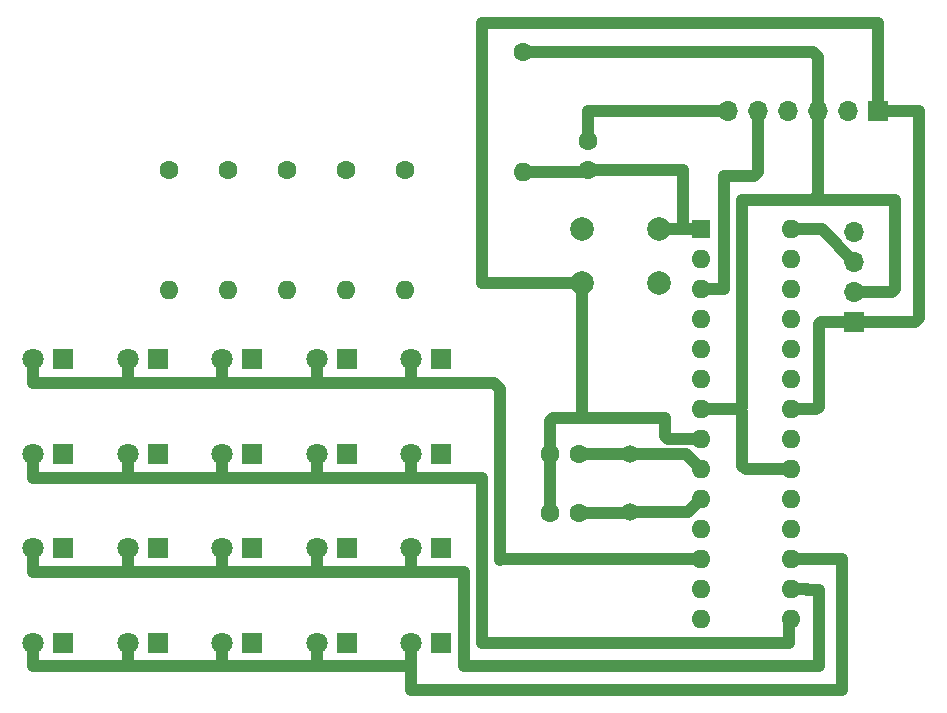
<source format=gbr>
%TF.GenerationSoftware,KiCad,Pcbnew,8.0.7-8.0.7-0~ubuntu24.04.1*%
%TF.CreationDate,2025-01-06T19:00:17+09:00*%
%TF.ProjectId,TutorialBoard2025,5475746f-7269-4616-9c42-6f6172643230,rev?*%
%TF.SameCoordinates,Original*%
%TF.FileFunction,Copper,L1,Top*%
%TF.FilePolarity,Positive*%
%FSLAX46Y46*%
G04 Gerber Fmt 4.6, Leading zero omitted, Abs format (unit mm)*
G04 Created by KiCad (PCBNEW 8.0.7-8.0.7-0~ubuntu24.04.1) date 2025-01-06 19:00:17*
%MOMM*%
%LPD*%
G01*
G04 APERTURE LIST*
%TA.AperFunction,ComponentPad*%
%ADD10R,1.800000X1.800000*%
%TD*%
%TA.AperFunction,ComponentPad*%
%ADD11C,1.800000*%
%TD*%
%TA.AperFunction,ComponentPad*%
%ADD12O,1.600000X1.600000*%
%TD*%
%TA.AperFunction,ComponentPad*%
%ADD13C,1.600000*%
%TD*%
%TA.AperFunction,ComponentPad*%
%ADD14R,1.600000X1.600000*%
%TD*%
%TA.AperFunction,ComponentPad*%
%ADD15C,2.000000*%
%TD*%
%TA.AperFunction,ComponentPad*%
%ADD16R,1.700000X1.700000*%
%TD*%
%TA.AperFunction,ComponentPad*%
%ADD17O,1.700000X1.700000*%
%TD*%
%TA.AperFunction,ComponentPad*%
%ADD18C,1.500000*%
%TD*%
%TA.AperFunction,Conductor*%
%ADD19C,1.000000*%
%TD*%
G04 APERTURE END LIST*
D10*
%TO.P,3,1,K*%
%TO.N,low3*%
X82040000Y-69000000D03*
D11*
%TO.P,3,2,A*%
%TO.N,high1*%
X79500000Y-69000000D03*
%TD*%
D10*
%TO.P,1,1,K*%
%TO.N,low1*%
X66040000Y-69000000D03*
D11*
%TO.P,1,2,A*%
%TO.N,high1*%
X63500000Y-69000000D03*
%TD*%
D10*
%TO.P,4,1,K*%
%TO.N,low4*%
X90040000Y-69000000D03*
D11*
%TO.P,4,2,A*%
%TO.N,high1*%
X87500000Y-69000000D03*
%TD*%
D10*
%TO.P,2,1,K*%
%TO.N,low2*%
X74040000Y-69000000D03*
D11*
%TO.P,2,2,A*%
%TO.N,high1*%
X71500000Y-69000000D03*
%TD*%
D10*
%TO.P,5,1,K*%
%TO.N,low5*%
X98040000Y-69000000D03*
D11*
%TO.P,5,2,A*%
%TO.N,high1*%
X95500000Y-69000000D03*
%TD*%
D10*
%TO.P,D12,1,K*%
%TO.N,low2*%
X74040000Y-85000000D03*
D11*
%TO.P,D12,2,A*%
%TO.N,high3*%
X71500000Y-85000000D03*
%TD*%
D10*
%TO.P,D14,1,K*%
%TO.N,low4*%
X90040000Y-85000000D03*
D11*
%TO.P,D14,2,A*%
%TO.N,high3*%
X87500000Y-85000000D03*
%TD*%
D10*
%TO.P,D11,1,K*%
%TO.N,low1*%
X66040000Y-85000000D03*
D11*
%TO.P,D11,2,A*%
%TO.N,high3*%
X63500000Y-85000000D03*
%TD*%
D10*
%TO.P,D15,1,K*%
%TO.N,low5*%
X98040000Y-85000000D03*
D11*
%TO.P,D15,2,A*%
%TO.N,high3*%
X95500000Y-85000000D03*
%TD*%
D10*
%TO.P,D13,1,K*%
%TO.N,low3*%
X82040000Y-85000000D03*
D11*
%TO.P,D13,2,A*%
%TO.N,high3*%
X79500000Y-85000000D03*
%TD*%
D12*
%TO.P,330,2*%
%TO.N,low2*%
X80000000Y-55160000D03*
D13*
%TO.P,330,1*%
%TO.N,Net-(U2-PD5)*%
X80000000Y-45000000D03*
%TD*%
D12*
%TO.P,330,2*%
%TO.N,low3*%
X85000000Y-55160000D03*
D13*
%TO.P,330,1*%
%TO.N,Net-(U2-PD4)*%
X85000000Y-45000000D03*
%TD*%
D12*
%TO.P,330,2*%
%TO.N,low4*%
X90000000Y-55160000D03*
D13*
%TO.P,330,1*%
%TO.N,Net-(U2-PD3)*%
X90000000Y-45000000D03*
%TD*%
D12*
%TO.P,330,2*%
%TO.N,low5*%
X95000000Y-55160000D03*
D13*
%TO.P,330,1*%
%TO.N,Net-(U2-PD2)*%
X95000000Y-45000000D03*
%TD*%
D12*
%TO.P,330,2*%
%TO.N,low1*%
X75000000Y-55160000D03*
D13*
%TO.P,330,1*%
%TO.N,Net-(U2-PD7)*%
X75000000Y-45000000D03*
%TD*%
D10*
%TO.P,D18,1,K*%
%TO.N,low3*%
X82040000Y-61000000D03*
D11*
%TO.P,D18,2,A*%
%TO.N,high4*%
X79500000Y-61000000D03*
%TD*%
D14*
%TO.P,U2,1,~{RESET}/PC6*%
%TO.N,Net-(U2-~{RESET}{slash}PC6)*%
X120000000Y-50000000D03*
D12*
%TO.P,U2,2,PD0*%
%TO.N,Net-(J1-Pin_4)*%
X120000000Y-52540000D03*
%TO.P,U2,3,PD1*%
%TO.N,Net-(J1-Pin_5)*%
X120000000Y-55080000D03*
%TO.P,U2,4,PD2*%
%TO.N,Net-(U2-PD2)*%
X120000000Y-57620000D03*
%TO.P,U2,5,PD3*%
%TO.N,Net-(U2-PD3)*%
X120000000Y-60160000D03*
%TO.P,U2,6,PD4*%
%TO.N,Net-(U2-PD4)*%
X120000000Y-62700000D03*
%TO.P,U2,7,VCC*%
%TO.N,VCC*%
X120000000Y-65240000D03*
%TO.P,U2,8,GND*%
%TO.N,GND*%
X120000000Y-67780000D03*
%TO.P,U2,9,XTAL1/PB6*%
%TO.N,Net-(U2-XTAL1{slash}PB6)*%
X120000000Y-70320000D03*
%TO.P,U2,10,XTAL2/PB7*%
%TO.N,Net-(U2-XTAL2{slash}PB7)*%
X120000000Y-72860000D03*
%TO.P,U2,11,PD5*%
%TO.N,Net-(U2-PD5)*%
X120000000Y-75400000D03*
%TO.P,U2,12,PD6*%
%TO.N,high4*%
X120000000Y-77940000D03*
%TO.P,U2,13,PD7*%
%TO.N,Net-(U2-PD7)*%
X120000000Y-80480000D03*
%TO.P,U2,14,PB0*%
%TO.N,unconnected-(U2-PB0-Pad14)*%
X120000000Y-83020000D03*
%TO.P,U2,15,PB1*%
%TO.N,high1*%
X127620000Y-83020000D03*
%TO.P,U2,16,PB2*%
%TO.N,high2*%
X127620000Y-80480000D03*
%TO.P,U2,17,PB3*%
%TO.N,high3*%
X127620000Y-77940000D03*
%TO.P,U2,18,PB4*%
%TO.N,unconnected-(U2-PB4-Pad18)*%
X127620000Y-75400000D03*
%TO.P,U2,19,PB5*%
%TO.N,unconnected-(U2-PB5-Pad19)*%
X127620000Y-72860000D03*
%TO.P,U2,20,AVCC*%
%TO.N,VCC*%
X127620000Y-70320000D03*
%TO.P,U2,21,AREF*%
%TO.N,unconnected-(U2-AREF-Pad21)*%
X127620000Y-67780000D03*
%TO.P,U2,22,GND*%
%TO.N,GND*%
X127620000Y-65240000D03*
%TO.P,U2,23,PC0*%
%TO.N,unconnected-(U2-PC0-Pad23)*%
X127620000Y-62700000D03*
%TO.P,U2,24,PC1*%
%TO.N,unconnected-(U2-PC1-Pad24)*%
X127620000Y-60160000D03*
%TO.P,U2,25,PC2*%
%TO.N,unconnected-(U2-PC2-Pad25)*%
X127620000Y-57620000D03*
%TO.P,U2,26,PC3*%
%TO.N,unconnected-(U2-PC3-Pad26)*%
X127620000Y-55080000D03*
%TO.P,U2,27,PC4*%
%TO.N,Net-(J2-Pin_4)*%
X127620000Y-52540000D03*
%TO.P,U2,28,PC5*%
%TO.N,Net-(J2-Pin_3)*%
X127620000Y-50000000D03*
%TD*%
D10*
%TO.P,D17,1,K*%
%TO.N,low2*%
X74040000Y-61000000D03*
D11*
%TO.P,D17,2,A*%
%TO.N,high4*%
X71500000Y-61000000D03*
%TD*%
D13*
%TO.P,22pF,2*%
%TO.N,GND*%
X107250000Y-74000000D03*
%TO.P,22pF,1*%
%TO.N,Net-(U2-XTAL2{slash}PB7)*%
X109750000Y-74000000D03*
%TD*%
D10*
%TO.P,D9,1,K*%
%TO.N,low4*%
X90040000Y-77000000D03*
D11*
%TO.P,D9,2,A*%
%TO.N,high2*%
X87500000Y-77000000D03*
%TD*%
D13*
%TO.P,22pF,2*%
%TO.N,GND*%
X107250000Y-69000000D03*
%TO.P,22pF,1*%
%TO.N,Net-(U2-XTAL1{slash}PB6)*%
X109750000Y-69000000D03*
%TD*%
D10*
%TO.P,D10,1,K*%
%TO.N,low5*%
X98040000Y-77000000D03*
D11*
%TO.P,D10,2,A*%
%TO.N,high2*%
X95500000Y-77000000D03*
%TD*%
D15*
%TO.P,SW1,1,1*%
%TO.N,Net-(U2-~{RESET}{slash}PC6)*%
X110000000Y-50000000D03*
X116500000Y-50000000D03*
%TO.P,SW1,2,2*%
%TO.N,GND*%
X110000000Y-54500000D03*
X116500000Y-54500000D03*
%TD*%
D16*
%TO.P,J1,1,Pin_1*%
%TO.N,GND*%
X135000000Y-40000000D03*
D17*
%TO.P,J1,2,Pin_2*%
%TO.N,unconnected-(J1-Pin_2-Pad2)*%
X132460000Y-40000000D03*
%TO.P,J1,3,Pin_3*%
%TO.N,VCC*%
X129920000Y-40000000D03*
%TO.P,J1,4,Pin_4*%
%TO.N,Net-(J1-Pin_4)*%
X127380000Y-40000000D03*
%TO.P,J1,5,Pin_5*%
%TO.N,Net-(J1-Pin_5)*%
X124840000Y-40000000D03*
%TO.P,J1,6,Pin_6*%
%TO.N,Net-(J1-Pin_6)*%
X122300000Y-40000000D03*
%TD*%
D16*
%TO.P,J2,1,Pin_1*%
%TO.N,GND*%
X132975000Y-57800000D03*
D17*
%TO.P,J2,2,Pin_2*%
%TO.N,VCC*%
X132975000Y-55260000D03*
%TO.P,J2,3,Pin_3*%
%TO.N,Net-(J2-Pin_3)*%
X132975000Y-52720000D03*
%TO.P,J2,4,Pin_4*%
%TO.N,Net-(J2-Pin_4)*%
X132975000Y-50180000D03*
%TD*%
D10*
%TO.P,D6,1,K*%
%TO.N,low1*%
X66040000Y-77000000D03*
D11*
%TO.P,D6,2,A*%
%TO.N,high2*%
X63500000Y-77000000D03*
%TD*%
D10*
%TO.P,D7,1,K*%
%TO.N,low2*%
X74040000Y-77000000D03*
D11*
%TO.P,D7,2,A*%
%TO.N,high2*%
X71500000Y-77000000D03*
%TD*%
D10*
%TO.P,D19,1,K*%
%TO.N,low4*%
X90040000Y-61000000D03*
D11*
%TO.P,D19,2,A*%
%TO.N,high4*%
X87500000Y-61000000D03*
%TD*%
D12*
%TO.P,10k,2*%
%TO.N,Net-(U2-~{RESET}{slash}PC6)*%
X105000000Y-45160000D03*
D13*
%TO.P,10k,1*%
%TO.N,VCC*%
X105000000Y-35000000D03*
%TD*%
D10*
%TO.P,D8,1,K*%
%TO.N,low3*%
X82040000Y-77000000D03*
D11*
%TO.P,D8,2,A*%
%TO.N,high2*%
X79500000Y-77000000D03*
%TD*%
D13*
%TO.P,0.1\u03BCF,2*%
%TO.N,Net-(J1-Pin_6)*%
X110500000Y-42500000D03*
%TO.P,0.1\u03BCF,1*%
%TO.N,Net-(U2-~{RESET}{slash}PC6)*%
X110500000Y-45000000D03*
%TD*%
D10*
%TO.P,D20,1,K*%
%TO.N,low5*%
X98040000Y-61000000D03*
D11*
%TO.P,D20,2,A*%
%TO.N,high4*%
X95500000Y-61000000D03*
%TD*%
D10*
%TO.P,D16,1,K*%
%TO.N,low1*%
X66040000Y-61000000D03*
D11*
%TO.P,D16,2,A*%
%TO.N,high4*%
X63500000Y-61000000D03*
%TD*%
D18*
%TO.P,Y1,1,1*%
%TO.N,Net-(U2-XTAL1{slash}PB6)*%
X114000000Y-69050000D03*
%TO.P,Y1,2,2*%
%TO.N,Net-(U2-XTAL2{slash}PB7)*%
X114000000Y-73950000D03*
%TD*%
D19*
%TO.N,high3*%
X132000000Y-89000000D02*
X95500000Y-89000000D01*
X131940000Y-77940000D02*
X132000000Y-78000000D01*
X127620000Y-77940000D02*
X131940000Y-77940000D01*
X132000000Y-78000000D02*
X132000000Y-89000000D01*
X95500000Y-89000000D02*
X95500000Y-87000000D01*
%TO.N,high2*%
X130000000Y-87000000D02*
X100000000Y-87000000D01*
X100000000Y-87000000D02*
X100000000Y-79000000D01*
X130000000Y-80500000D02*
X130000000Y-87000000D01*
X95500000Y-79000000D02*
X100000000Y-79000000D01*
X129000000Y-80500000D02*
X128980000Y-80480000D01*
X130000000Y-80500000D02*
X129000000Y-80500000D01*
X128980000Y-80480000D02*
X127620000Y-80480000D01*
%TO.N,high1*%
X95500000Y-71000000D02*
X101500000Y-71000000D01*
X127500000Y-83140000D02*
X127620000Y-83020000D01*
X101500000Y-71000000D02*
X101500000Y-85000000D01*
X101500000Y-85000000D02*
X127500000Y-85000000D01*
X127500000Y-85000000D02*
X127500000Y-83140000D01*
X71500000Y-71000000D02*
X63500000Y-71000000D01*
X63500000Y-71000000D02*
X63500000Y-69000000D01*
X79500000Y-71000000D02*
X71500000Y-71000000D01*
X71500000Y-71000000D02*
X71500000Y-69000000D01*
X87500000Y-71000000D02*
X79500000Y-71000000D01*
X79500000Y-71000000D02*
X79500000Y-69000000D01*
X95500000Y-71000000D02*
X87500000Y-71000000D01*
X95500000Y-69000000D02*
X95500000Y-71000000D01*
X87500000Y-71000000D02*
X87500000Y-69000000D01*
%TO.N,high4*%
X103000000Y-63500000D02*
X102500000Y-63000000D01*
X103000000Y-78000000D02*
X103000000Y-63500000D01*
X120000000Y-77940000D02*
X103060000Y-77940000D01*
X103060000Y-77940000D02*
X103000000Y-78000000D01*
X95500000Y-63000000D02*
X95000000Y-63000000D01*
X95000000Y-63000000D02*
X87500000Y-63000000D01*
X102500000Y-63000000D02*
X95000000Y-63000000D01*
%TO.N,high3*%
X71500000Y-87000000D02*
X63500000Y-87000000D01*
X63500000Y-87000000D02*
X63500000Y-85000000D01*
X79500000Y-87000000D02*
X71500000Y-87000000D01*
X71500000Y-87000000D02*
X71500000Y-85000000D01*
X87500000Y-87000000D02*
X79500000Y-87000000D01*
X79500000Y-87000000D02*
X79500000Y-85000000D01*
X95500000Y-87000000D02*
X87500000Y-87000000D01*
X95500000Y-85000000D02*
X95500000Y-87000000D01*
X87500000Y-87000000D02*
X87500000Y-85000000D01*
%TO.N,high2*%
X71500000Y-79000000D02*
X63500000Y-79000000D01*
X63500000Y-79000000D02*
X63500000Y-77000000D01*
X79500000Y-79000000D02*
X71500000Y-79000000D01*
X71500000Y-79000000D02*
X71500000Y-77000000D01*
X87500000Y-79000000D02*
X79500000Y-79000000D01*
X79500000Y-79000000D02*
X79500000Y-77000000D01*
X95500000Y-79000000D02*
X87500000Y-79000000D01*
X95500000Y-77000000D02*
X95500000Y-79000000D01*
X87500000Y-79000000D02*
X87500000Y-77000000D01*
%TO.N,high4*%
X71500000Y-63000000D02*
X63500000Y-63000000D01*
X63500000Y-63000000D02*
X63500000Y-61000000D01*
X79500000Y-63000000D02*
X71500000Y-63000000D01*
X71500000Y-63000000D02*
X71500000Y-61000000D01*
X87500000Y-63000000D02*
X79500000Y-63000000D01*
X79500000Y-63000000D02*
X79500000Y-61000000D01*
X95500000Y-61000000D02*
X95500000Y-63000000D01*
X87500000Y-63000000D02*
X87500000Y-61000000D01*
%TO.N,GND*%
X135000000Y-40000000D02*
X138500000Y-40000000D01*
X101500000Y-32500000D02*
X135000000Y-32500000D01*
X135000000Y-32500000D02*
X135000000Y-40000000D01*
X110000000Y-54500000D02*
X101500000Y-54500000D01*
X101500000Y-54500000D02*
X101500000Y-32500000D01*
X110000000Y-66000000D02*
X110000000Y-54500000D01*
%TO.N,VCC*%
X136500000Y-47500000D02*
X129500000Y-47500000D01*
X129500000Y-47500000D02*
X123500000Y-47500000D01*
X129920000Y-47080000D02*
X129500000Y-47500000D01*
X129920000Y-40000000D02*
X129920000Y-47080000D01*
%TO.N,Net-(J1-Pin_5)*%
X122000000Y-45500000D02*
X122000000Y-55000000D01*
X124840000Y-45160000D02*
X124500000Y-45500000D01*
X124840000Y-40000000D02*
X124840000Y-45160000D01*
X122000000Y-55000000D02*
X120080000Y-55000000D01*
X124500000Y-45500000D02*
X122000000Y-45500000D01*
X120080000Y-55000000D02*
X120000000Y-55080000D01*
%TO.N,Net-(J1-Pin_6)*%
X122300000Y-40000000D02*
X110500000Y-40000000D01*
X110500000Y-40000000D02*
X110500000Y-42500000D01*
%TO.N,VCC*%
X129920000Y-35420000D02*
X129500000Y-35000000D01*
X129920000Y-40000000D02*
X129920000Y-35420000D01*
X129500000Y-35000000D02*
X105000000Y-35000000D01*
%TO.N,Net-(U2-~{RESET}{slash}PC6)*%
X118500000Y-50000000D02*
X116500000Y-50000000D01*
X110500000Y-45000000D02*
X118500000Y-45000000D01*
X118500000Y-45000000D02*
X118500000Y-50000000D01*
X118500000Y-50000000D02*
X120000000Y-50000000D01*
X105000000Y-45160000D02*
X110340000Y-45160000D01*
X110340000Y-45160000D02*
X110500000Y-45000000D01*
%TO.N,Net-(U2-XTAL1{slash}PB6)*%
X118730000Y-69050000D02*
X120000000Y-70320000D01*
X113950000Y-69000000D02*
X114000000Y-69050000D01*
X109750000Y-69000000D02*
X113950000Y-69000000D01*
X114000000Y-69050000D02*
X118730000Y-69050000D01*
%TO.N,GND*%
X138500000Y-40000000D02*
X138500000Y-57500000D01*
X107500000Y-66000000D02*
X110000000Y-66000000D01*
X129760000Y-65240000D02*
X127620000Y-65240000D01*
X117280000Y-67780000D02*
X117000000Y-67500000D01*
X130000000Y-65000000D02*
X129760000Y-65240000D01*
X107250000Y-69000000D02*
X107250000Y-66250000D01*
X107250000Y-69000000D02*
X107250000Y-74000000D01*
X130200000Y-57800000D02*
X130000000Y-58000000D01*
X110000000Y-66000000D02*
X117000000Y-66000000D01*
X138500000Y-57500000D02*
X138200000Y-57800000D01*
X120000000Y-67780000D02*
X117280000Y-67780000D01*
X138200000Y-57800000D02*
X132975000Y-57800000D01*
X132975000Y-57800000D02*
X130200000Y-57800000D01*
X117000000Y-66000000D02*
X117000000Y-67500000D01*
X130000000Y-58000000D02*
X130000000Y-65000000D01*
X107250000Y-66250000D02*
X107500000Y-66000000D01*
%TO.N,Net-(U2-XTAL2{slash}PB7)*%
X113950000Y-74000000D02*
X114000000Y-73950000D01*
X118910000Y-73950000D02*
X120000000Y-72860000D01*
X114000000Y-73950000D02*
X118910000Y-73950000D01*
X109750000Y-74000000D02*
X113950000Y-74000000D01*
%TO.N,VCC*%
X127620000Y-70320000D02*
X123820000Y-70320000D01*
X132975000Y-55260000D02*
X136240000Y-55260000D01*
X123260000Y-65240000D02*
X123500000Y-65480000D01*
X123820000Y-70320000D02*
X123500000Y-70000000D01*
X136500000Y-55000000D02*
X136500000Y-47500000D01*
X123500000Y-65480000D02*
X123500000Y-70000000D01*
X123260000Y-65240000D02*
X123500000Y-65000000D01*
X123500000Y-65000000D02*
X123500000Y-47500000D01*
X136240000Y-55260000D02*
X136500000Y-55000000D01*
X120000000Y-65240000D02*
X123260000Y-65240000D01*
%TO.N,Net-(J1-Pin_4)*%
X120040000Y-52500000D02*
X120000000Y-52540000D01*
%TO.N,Net-(J2-Pin_3)*%
X127620000Y-50000000D02*
X130255000Y-50000000D01*
X130255000Y-50000000D02*
X132975000Y-52720000D01*
%TD*%
M02*

</source>
